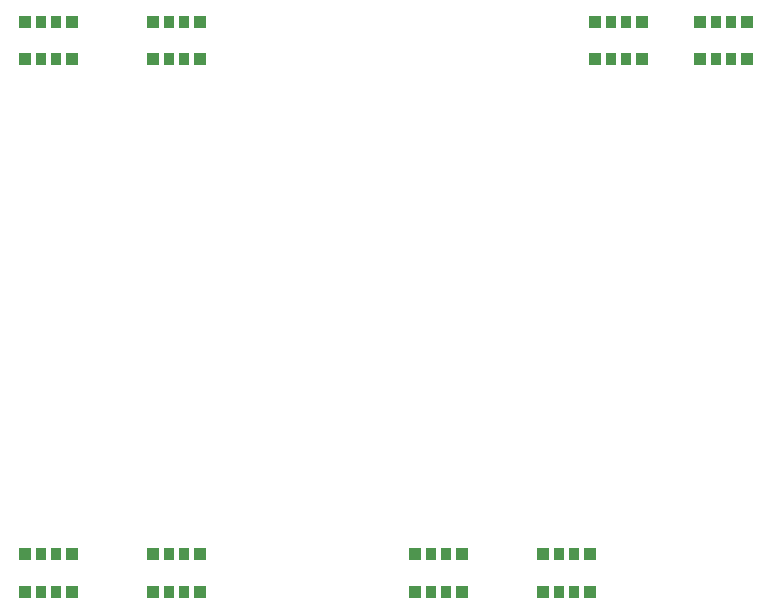
<source format=gbr>
%TF.GenerationSoftware,KiCad,Pcbnew,5.1.8-db9833491~88~ubuntu18.04.1*%
%TF.CreationDate,2020-12-31T00:06:07+01:00*%
%TF.ProjectId,Mqtt32input,4d717474-3332-4696-9e70-75742e6b6963,rev?*%
%TF.SameCoordinates,Original*%
%TF.FileFunction,Paste,Top*%
%TF.FilePolarity,Positive*%
%FSLAX46Y46*%
G04 Gerber Fmt 4.6, Leading zero omitted, Abs format (unit mm)*
G04 Created by KiCad (PCBNEW 5.1.8-db9833491~88~ubuntu18.04.1) date 2020-12-31 00:06:07*
%MOMM*%
%LPD*%
G01*
G04 APERTURE LIST*
%ADD10R,0.930000X1.140000*%
%ADD11R,1.130000X1.140000*%
G04 APERTURE END LIST*
D10*
%TO.C,RN12*%
X118745000Y-84770000D03*
X120015000Y-84770000D03*
D11*
X121385000Y-84770000D03*
X121385000Y-87950000D03*
D10*
X120015000Y-87950000D03*
X118745000Y-87950000D03*
D11*
X117375000Y-87950000D03*
X117375000Y-84770000D03*
%TD*%
D10*
%TO.C,RN11*%
X107950000Y-84770000D03*
X109220000Y-84770000D03*
D11*
X110590000Y-84770000D03*
X110590000Y-87950000D03*
D10*
X109220000Y-87950000D03*
X107950000Y-87950000D03*
D11*
X106580000Y-87950000D03*
X106580000Y-84770000D03*
%TD*%
D10*
%TO.C,RN9*%
X151765000Y-84770000D03*
X153035000Y-84770000D03*
D11*
X154405000Y-84770000D03*
X154405000Y-87950000D03*
D10*
X153035000Y-87950000D03*
X151765000Y-87950000D03*
D11*
X150395000Y-87950000D03*
X150395000Y-84770000D03*
%TD*%
D10*
%TO.C,RN8*%
X140970000Y-84770000D03*
X142240000Y-84770000D03*
D11*
X143610000Y-84770000D03*
X143610000Y-87950000D03*
D10*
X142240000Y-87950000D03*
X140970000Y-87950000D03*
D11*
X139600000Y-87950000D03*
X139600000Y-84770000D03*
%TD*%
D10*
%TO.C,RN6*%
X157480000Y-42865000D03*
X156210000Y-42865000D03*
D11*
X154840000Y-42865000D03*
X154840000Y-39685000D03*
D10*
X156210000Y-39685000D03*
X157480000Y-39685000D03*
D11*
X158850000Y-39685000D03*
X158850000Y-42865000D03*
%TD*%
D10*
%TO.C,RN5*%
X166370000Y-42865000D03*
X165100000Y-42865000D03*
D11*
X163730000Y-42865000D03*
X163730000Y-39685000D03*
D10*
X165100000Y-39685000D03*
X166370000Y-39685000D03*
D11*
X167740000Y-39685000D03*
X167740000Y-42865000D03*
%TD*%
D10*
%TO.C,RN3*%
X109220000Y-42865000D03*
X107950000Y-42865000D03*
D11*
X106580000Y-42865000D03*
X106580000Y-39685000D03*
D10*
X107950000Y-39685000D03*
X109220000Y-39685000D03*
D11*
X110590000Y-39685000D03*
X110590000Y-42865000D03*
%TD*%
D10*
%TO.C,RN2*%
X120015000Y-42865000D03*
X118745000Y-42865000D03*
D11*
X117375000Y-42865000D03*
X117375000Y-39685000D03*
D10*
X118745000Y-39685000D03*
X120015000Y-39685000D03*
D11*
X121385000Y-39685000D03*
X121385000Y-42865000D03*
%TD*%
M02*

</source>
